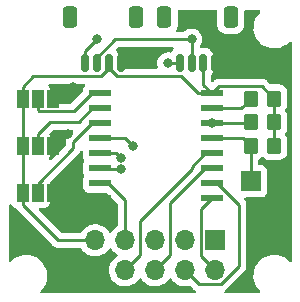
<source format=gbr>
%TF.GenerationSoftware,KiCad,Pcbnew,(6.0.7)*%
%TF.CreationDate,2022-10-09T22:01:22-05:00*%
%TF.ProjectId,TCA9534,54434139-3533-4342-9e6b-696361645f70,1.0*%
%TF.SameCoordinates,Original*%
%TF.FileFunction,Copper,L1,Top*%
%TF.FilePolarity,Positive*%
%FSLAX46Y46*%
G04 Gerber Fmt 4.6, Leading zero omitted, Abs format (unit mm)*
G04 Created by KiCad (PCBNEW (6.0.7)) date 2022-10-09 22:01:22*
%MOMM*%
%LPD*%
G01*
G04 APERTURE LIST*
G04 Aperture macros list*
%AMRoundRect*
0 Rectangle with rounded corners*
0 $1 Rounding radius*
0 $2 $3 $4 $5 $6 $7 $8 $9 X,Y pos of 4 corners*
0 Add a 4 corners polygon primitive as box body*
4,1,4,$2,$3,$4,$5,$6,$7,$8,$9,$2,$3,0*
0 Add four circle primitives for the rounded corners*
1,1,$1+$1,$2,$3*
1,1,$1+$1,$4,$5*
1,1,$1+$1,$6,$7*
1,1,$1+$1,$8,$9*
0 Add four rect primitives between the rounded corners*
20,1,$1+$1,$2,$3,$4,$5,0*
20,1,$1+$1,$4,$5,$6,$7,0*
20,1,$1+$1,$6,$7,$8,$9,0*
20,1,$1+$1,$8,$9,$2,$3,0*%
G04 Aperture macros list end*
%TA.AperFunction,ComponentPad*%
%ADD10R,1.700000X1.700000*%
%TD*%
%TA.AperFunction,SMDPad,CuDef*%
%ADD11RoundRect,0.150000X0.150000X0.625000X-0.150000X0.625000X-0.150000X-0.625000X0.150000X-0.625000X0*%
%TD*%
%TA.AperFunction,SMDPad,CuDef*%
%ADD12RoundRect,0.250000X0.350000X0.650000X-0.350000X0.650000X-0.350000X-0.650000X0.350000X-0.650000X0*%
%TD*%
%TA.AperFunction,SMDPad,CuDef*%
%ADD13R,1.000000X1.500000*%
%TD*%
%TA.AperFunction,SMDPad,CuDef*%
%ADD14RoundRect,0.250000X0.350000X0.450000X-0.350000X0.450000X-0.350000X-0.450000X0.350000X-0.450000X0*%
%TD*%
%TA.AperFunction,SMDPad,CuDef*%
%ADD15R,1.879600X0.558800*%
%TD*%
%TA.AperFunction,ComponentPad*%
%ADD16O,1.700000X1.700000*%
%TD*%
%TA.AperFunction,ViaPad*%
%ADD17C,0.800000*%
%TD*%
%TA.AperFunction,Conductor*%
%ADD18C,0.250000*%
%TD*%
G04 APERTURE END LIST*
D10*
%TO.P,J4,1,Pin_1*%
%TO.N,/INT*%
X179000000Y-89000000D03*
%TD*%
D11*
%TO.P,J2,1,Pin_1*%
%TO.N,GND*%
X176000000Y-79000000D03*
%TO.P,J2,2,Pin_2*%
%TO.N,+3.3V*%
X175000000Y-79000000D03*
%TO.P,J2,3,Pin_3*%
%TO.N,/SDA*%
X174000000Y-79000000D03*
%TO.P,J2,4,Pin_4*%
%TO.N,/SCL*%
X173000000Y-79000000D03*
D12*
%TO.P,J2,MP*%
%TO.N,N/C*%
X171700000Y-75125000D03*
X177300000Y-75125000D03*
%TD*%
D13*
%TO.P,JP1,1,A*%
%TO.N,+3.3V*%
X159700000Y-82000000D03*
%TO.P,JP1,2,C*%
%TO.N,/A0*%
X161000000Y-82000000D03*
%TO.P,JP1,3,B*%
%TO.N,GND*%
X162300000Y-82000000D03*
%TD*%
D11*
%TO.P,J1,1,Pin_1*%
%TO.N,GND*%
X168000000Y-79000000D03*
%TO.P,J1,2,Pin_2*%
%TO.N,+3.3V*%
X167000000Y-79000000D03*
%TO.P,J1,3,Pin_3*%
%TO.N,/SDA*%
X166000000Y-79000000D03*
%TO.P,J1,4,Pin_4*%
%TO.N,/SCL*%
X165000000Y-79000000D03*
D12*
%TO.P,J1,MP*%
%TO.N,N/C*%
X163700000Y-75125000D03*
X169300000Y-75125000D03*
%TD*%
D14*
%TO.P,R3,1*%
%TO.N,+3.3V*%
X181000000Y-86000000D03*
%TO.P,R3,2*%
%TO.N,/INT*%
X179000000Y-86000000D03*
%TD*%
%TO.P,R1,1*%
%TO.N,+3.3V*%
X181000000Y-84000000D03*
%TO.P,R1,2*%
%TO.N,/SCL*%
X179000000Y-84000000D03*
%TD*%
%TO.P,R2,1*%
%TO.N,+3.3V*%
X181000000Y-82000000D03*
%TO.P,R2,2*%
%TO.N,/SDA*%
X179000000Y-82000000D03*
%TD*%
D15*
%TO.P,U1,1,A0*%
%TO.N,/A0*%
X166262900Y-81555000D03*
%TO.P,U1,2,A1*%
%TO.N,/A1*%
X166262900Y-82825000D03*
%TO.P,U1,3,A2*%
%TO.N,/A2*%
X166262900Y-84095000D03*
%TO.P,U1,4,P0*%
%TO.N,/P0*%
X166262900Y-85365000D03*
%TO.P,U1,5,P1*%
%TO.N,/P1*%
X166262900Y-86635000D03*
%TO.P,U1,6,P2*%
%TO.N,/P2*%
X166262900Y-87905000D03*
%TO.P,U1,7,P3*%
%TO.N,/P3*%
X166262900Y-89175000D03*
%TO.P,U1,8,GND*%
%TO.N,GND*%
X166262900Y-90445000D03*
%TO.P,U1,9,P4*%
%TO.N,/P4*%
X175737100Y-90445000D03*
%TO.P,U1,10,P5*%
%TO.N,/P5*%
X175737100Y-89175000D03*
%TO.P,U1,11,P6*%
%TO.N,/P6*%
X175737100Y-87905000D03*
%TO.P,U1,12,P7*%
%TO.N,/P7*%
X175737100Y-86635000D03*
%TO.P,U1,13,\u002AINT*%
%TO.N,/INT*%
X175737100Y-85365000D03*
%TO.P,U1,14,SCL*%
%TO.N,/SCL*%
X175737100Y-84095000D03*
%TO.P,U1,15,SDA*%
%TO.N,/SDA*%
X175737100Y-82825000D03*
%TO.P,U1,16,VCC*%
%TO.N,+3.3V*%
X175737100Y-81555000D03*
%TD*%
D13*
%TO.P,JP3,1,A*%
%TO.N,+3.3V*%
X159700000Y-90000000D03*
%TO.P,JP3,2,C*%
%TO.N,/A2*%
X161000000Y-90000000D03*
%TO.P,JP3,3,B*%
%TO.N,GND*%
X162300000Y-90000000D03*
%TD*%
%TO.P,JP2,1,A*%
%TO.N,+3.3V*%
X159700000Y-86000000D03*
%TO.P,JP2,2,C*%
%TO.N,/A1*%
X161000000Y-86000000D03*
%TO.P,JP2,3,B*%
%TO.N,GND*%
X162300000Y-86000000D03*
%TD*%
D10*
%TO.P,J3,1,Pin_1*%
%TO.N,/P0*%
X176000000Y-94000000D03*
D16*
%TO.P,J3,2,Pin_2*%
%TO.N,/P4*%
X176000000Y-96540000D03*
%TO.P,J3,3,Pin_3*%
%TO.N,/P1*%
X173460000Y-94000000D03*
%TO.P,J3,4,Pin_4*%
%TO.N,/P5*%
X173460000Y-96540000D03*
%TO.P,J3,5,Pin_5*%
%TO.N,/P2*%
X170920000Y-94000000D03*
%TO.P,J3,6,Pin_6*%
%TO.N,/P6*%
X170920000Y-96540000D03*
%TO.P,J3,7,Pin_7*%
%TO.N,/P3*%
X168380000Y-94000000D03*
%TO.P,J3,8,Pin_8*%
%TO.N,/P7*%
X168380000Y-96540000D03*
%TO.P,J3,9,Pin_9*%
%TO.N,+3.3V*%
X165840000Y-94000000D03*
%TO.P,J3,10,Pin_10*%
%TO.N,GND*%
X165840000Y-96540000D03*
%TD*%
D17*
%TO.N,GND*%
X163500000Y-85000000D03*
X163500000Y-90000000D03*
X170000000Y-79000000D03*
X164000000Y-81000000D03*
X177000000Y-77500000D03*
%TO.N,/SDA*%
X179000000Y-82000000D03*
X174000000Y-77000000D03*
%TO.N,/SCL*%
X166000000Y-77000000D03*
X175737100Y-84095000D03*
X172000000Y-79000000D03*
%TO.N,/P0*%
X169000000Y-86000000D03*
%TO.N,/P1*%
X168000000Y-87000000D03*
%TO.N,/P2*%
X168000000Y-88000000D03*
%TD*%
D18*
%TO.N,/INT*%
X179000000Y-86000000D02*
X179000000Y-89000000D01*
%TO.N,+3.3V*%
X167000000Y-79000000D02*
X167000000Y-79446751D01*
X162700000Y-94000000D02*
X165840000Y-94000000D01*
X175737100Y-81555000D02*
X176317100Y-80975000D01*
X175000000Y-79000000D02*
X175000000Y-80817900D01*
X181000000Y-84000000D02*
X181000000Y-82000000D01*
X167000000Y-79446751D02*
X166346751Y-80100000D01*
X159700000Y-82000000D02*
X159700000Y-86000000D01*
X173100000Y-80100000D02*
X174555000Y-81555000D01*
X159700000Y-81000000D02*
X159700000Y-82000000D01*
X159700000Y-86000000D02*
X159700000Y-90000000D01*
X181000000Y-86000000D02*
X181000000Y-84000000D01*
X159700000Y-90000000D02*
X159700000Y-91000000D01*
X159700000Y-91000000D02*
X162700000Y-94000000D01*
X176317100Y-80975000D02*
X179975000Y-80975000D01*
X160600000Y-80100000D02*
X159700000Y-81000000D01*
X179975000Y-80975000D02*
X181000000Y-82000000D01*
X166346751Y-80100000D02*
X160600000Y-80100000D01*
X167000000Y-79446751D02*
X167653249Y-80100000D01*
X175000000Y-80817900D02*
X175737100Y-81555000D01*
X174555000Y-81555000D02*
X175737100Y-81555000D01*
X167653249Y-80100000D02*
X173100000Y-80100000D01*
%TO.N,/SDA*%
X166000000Y-78553249D02*
X167553249Y-77000000D01*
X179000000Y-82000000D02*
X178175000Y-82825000D01*
X166000000Y-79000000D02*
X166000000Y-78553249D01*
X178175000Y-82825000D02*
X175737100Y-82825000D01*
X167553249Y-77000000D02*
X174000000Y-77000000D01*
X174000000Y-79000000D02*
X174000000Y-77000000D01*
%TO.N,/SCL*%
X178905000Y-84095000D02*
X175737100Y-84095000D01*
X173000000Y-79000000D02*
X172000000Y-79000000D01*
X165000000Y-79000000D02*
X165000000Y-78000000D01*
X165000000Y-78000000D02*
X166000000Y-77000000D01*
X179000000Y-84000000D02*
X178905000Y-84095000D01*
%TO.N,/P0*%
X168365000Y-85365000D02*
X166262900Y-85365000D01*
X169000000Y-86000000D02*
X168365000Y-85365000D01*
%TO.N,/P4*%
X175737100Y-90445000D02*
X174825000Y-91357100D01*
X174825000Y-91357100D02*
X174825000Y-95365000D01*
X174825000Y-95365000D02*
X176000000Y-96540000D01*
%TO.N,/P1*%
X166262900Y-86635000D02*
X167635000Y-86635000D01*
X167635000Y-86635000D02*
X168000000Y-87000000D01*
%TO.N,/P5*%
X176175000Y-89175000D02*
X175737100Y-89175000D01*
X173460000Y-96540000D02*
X174635000Y-97715000D01*
X176486701Y-97715000D02*
X178000000Y-96201701D01*
X178000000Y-96201701D02*
X178000000Y-91000000D01*
X174635000Y-97715000D02*
X176486701Y-97715000D01*
X178000000Y-91000000D02*
X176175000Y-89175000D01*
%TO.N,/P2*%
X168000000Y-88000000D02*
X166357900Y-88000000D01*
X166357900Y-88000000D02*
X166262900Y-87905000D01*
%TO.N,/P6*%
X175095000Y-87905000D02*
X175737100Y-87905000D01*
X172194278Y-95265722D02*
X172194278Y-90805722D01*
X172194278Y-90805722D02*
X175095000Y-87905000D01*
X170920000Y-96540000D02*
X172194278Y-95265722D01*
%TO.N,/P3*%
X168380000Y-94000000D02*
X168380000Y-90631700D01*
X166923300Y-89175000D02*
X166262900Y-89175000D01*
X168380000Y-90631700D02*
X166923300Y-89175000D01*
%TO.N,/P7*%
X174000000Y-87772900D02*
X175137900Y-86635000D01*
X174000000Y-88000000D02*
X174000000Y-87772900D01*
X169654278Y-95265722D02*
X169654278Y-92345722D01*
X175137900Y-86635000D02*
X175737100Y-86635000D01*
X168380000Y-96540000D02*
X169654278Y-95265722D01*
X169654278Y-92345722D02*
X174000000Y-88000000D01*
%TO.N,/A0*%
X164025000Y-83075000D02*
X165545000Y-81555000D01*
X161000000Y-83000000D02*
X161075000Y-83075000D01*
X161000000Y-82000000D02*
X161000000Y-83000000D01*
X165545000Y-81555000D02*
X166262900Y-81555000D01*
X161075000Y-83075000D02*
X164025000Y-83075000D01*
%TO.N,/A1*%
X164427500Y-84000000D02*
X165602500Y-82825000D01*
X161000000Y-85000000D02*
X162000000Y-84000000D01*
X161000000Y-86000000D02*
X161000000Y-85000000D01*
X162000000Y-84000000D02*
X164427500Y-84000000D01*
X165602500Y-82825000D02*
X166262900Y-82825000D01*
%TO.N,/A2*%
X161000000Y-89200000D02*
X164000000Y-86200000D01*
X165602500Y-84095000D02*
X166262900Y-84095000D01*
X164000000Y-85697500D02*
X165602500Y-84095000D01*
X164000000Y-86200000D02*
X164000000Y-85697500D01*
X161000000Y-90000000D02*
X161000000Y-89200000D01*
%TO.N,/INT*%
X178365000Y-85365000D02*
X175737100Y-85365000D01*
X179000000Y-86000000D02*
X178365000Y-85365000D01*
%TD*%
%TA.AperFunction,Conductor*%
%TO.N,GND*%
G36*
X176133621Y-74528502D02*
G01*
X176180114Y-74582158D01*
X176191500Y-74634500D01*
X176191500Y-75825400D01*
X176191837Y-75828646D01*
X176191837Y-75828650D01*
X176200208Y-75909322D01*
X176202474Y-75931166D01*
X176258450Y-76098946D01*
X176351522Y-76249348D01*
X176476697Y-76374305D01*
X176482927Y-76378145D01*
X176482928Y-76378146D01*
X176620090Y-76462694D01*
X176627262Y-76467115D01*
X176700540Y-76491420D01*
X176788611Y-76520632D01*
X176788613Y-76520632D01*
X176795139Y-76522797D01*
X176801975Y-76523497D01*
X176801978Y-76523498D01*
X176845031Y-76527909D01*
X176899600Y-76533500D01*
X177700400Y-76533500D01*
X177703646Y-76533163D01*
X177703650Y-76533163D01*
X177799308Y-76523238D01*
X177799312Y-76523237D01*
X177806166Y-76522526D01*
X177812702Y-76520345D01*
X177812704Y-76520345D01*
X177963824Y-76469927D01*
X177973946Y-76466550D01*
X178124348Y-76373478D01*
X178249305Y-76248303D01*
X178253146Y-76242072D01*
X178338275Y-76103968D01*
X178338276Y-76103966D01*
X178342115Y-76097738D01*
X178397797Y-75929861D01*
X178399902Y-75909322D01*
X178406358Y-75846307D01*
X178408500Y-75825400D01*
X178408500Y-74634500D01*
X178428502Y-74566379D01*
X178482158Y-74519886D01*
X178534500Y-74508500D01*
X179697141Y-74508500D01*
X179765262Y-74528502D01*
X179811755Y-74582158D01*
X179821859Y-74652432D01*
X179788916Y-74720832D01*
X179629557Y-74890237D01*
X179480576Y-75104991D01*
X179364975Y-75339407D01*
X179285293Y-75588335D01*
X179243279Y-75846307D01*
X179243218Y-75850980D01*
X179240052Y-76092872D01*
X179239858Y-76107655D01*
X179275104Y-76366638D01*
X179276412Y-76371124D01*
X179276412Y-76371126D01*
X179290080Y-76418019D01*
X179348243Y-76617567D01*
X179457668Y-76854928D01*
X179460231Y-76858837D01*
X179598410Y-77069596D01*
X179598414Y-77069601D01*
X179600976Y-77073509D01*
X179775018Y-77268506D01*
X179975970Y-77435637D01*
X179979973Y-77438066D01*
X180195422Y-77568804D01*
X180195426Y-77568806D01*
X180199419Y-77571229D01*
X180440455Y-77672303D01*
X180693783Y-77736641D01*
X180698434Y-77737109D01*
X180698438Y-77737110D01*
X180891308Y-77756531D01*
X180910867Y-77758500D01*
X181066354Y-77758500D01*
X181068679Y-77758327D01*
X181068685Y-77758327D01*
X181256000Y-77744407D01*
X181256004Y-77744406D01*
X181260652Y-77744061D01*
X181265200Y-77743032D01*
X181265206Y-77743031D01*
X181470849Y-77696498D01*
X181515577Y-77686377D01*
X181551769Y-77672303D01*
X181754824Y-77593340D01*
X181754827Y-77593339D01*
X181759177Y-77591647D01*
X181773684Y-77583356D01*
X181925907Y-77496353D01*
X181986098Y-77461951D01*
X182191357Y-77300138D01*
X182273725Y-77212578D01*
X182334969Y-77176666D01*
X182405907Y-77179566D01*
X182464015Y-77220357D01*
X182490846Y-77286088D01*
X182491500Y-77298911D01*
X182491500Y-95699708D01*
X182471498Y-95767829D01*
X182417842Y-95814322D01*
X182347568Y-95824426D01*
X182282988Y-95794932D01*
X182271497Y-95783610D01*
X182224982Y-95731494D01*
X182024030Y-95564363D01*
X181976844Y-95535730D01*
X181804578Y-95431196D01*
X181804574Y-95431194D01*
X181800581Y-95428771D01*
X181559545Y-95327697D01*
X181306217Y-95263359D01*
X181301566Y-95262891D01*
X181301562Y-95262890D01*
X181092271Y-95241816D01*
X181089133Y-95241500D01*
X180933646Y-95241500D01*
X180931321Y-95241673D01*
X180931315Y-95241673D01*
X180744000Y-95255593D01*
X180743996Y-95255594D01*
X180739348Y-95255939D01*
X180734800Y-95256968D01*
X180734794Y-95256969D01*
X180566468Y-95295058D01*
X180484423Y-95313623D01*
X180480071Y-95315315D01*
X180480069Y-95315316D01*
X180245176Y-95406660D01*
X180245173Y-95406661D01*
X180240823Y-95408353D01*
X180013902Y-95538049D01*
X179808643Y-95699862D01*
X179629557Y-95890237D01*
X179480576Y-96104991D01*
X179478510Y-96109181D01*
X179478508Y-96109184D01*
X179389630Y-96289412D01*
X179364975Y-96339407D01*
X179285293Y-96588335D01*
X179243279Y-96846307D01*
X179239858Y-97107655D01*
X179275104Y-97366638D01*
X179276412Y-97371124D01*
X179276412Y-97371126D01*
X179292738Y-97427137D01*
X179348243Y-97617567D01*
X179457668Y-97854928D01*
X179460231Y-97858837D01*
X179598410Y-98069596D01*
X179598414Y-98069601D01*
X179600976Y-98073509D01*
X179775018Y-98268506D01*
X179778611Y-98271494D01*
X179781978Y-98274746D01*
X179780400Y-98276380D01*
X179814782Y-98327680D01*
X179816149Y-98398663D01*
X179778923Y-98459118D01*
X179714922Y-98489849D01*
X179694592Y-98491500D01*
X176883503Y-98491500D01*
X176815382Y-98471498D01*
X176768889Y-98417842D01*
X176758785Y-98347568D01*
X176788279Y-98282988D01*
X176809444Y-98263563D01*
X176830089Y-98248564D01*
X176840008Y-98242048D01*
X176871236Y-98223580D01*
X176871239Y-98223578D01*
X176878063Y-98219542D01*
X176892384Y-98205221D01*
X176907418Y-98192380D01*
X176917395Y-98185131D01*
X176923808Y-98180472D01*
X176951999Y-98146395D01*
X176959989Y-98137616D01*
X178392253Y-96705353D01*
X178400539Y-96697813D01*
X178407018Y-96693701D01*
X178453644Y-96644049D01*
X178456398Y-96641208D01*
X178476135Y-96621471D01*
X178478615Y-96618274D01*
X178486320Y-96609252D01*
X178511159Y-96582801D01*
X178516586Y-96577022D01*
X178520405Y-96570076D01*
X178520407Y-96570073D01*
X178526348Y-96559267D01*
X178537199Y-96542748D01*
X178544758Y-96533002D01*
X178549614Y-96526742D01*
X178552759Y-96519473D01*
X178552762Y-96519469D01*
X178567174Y-96486164D01*
X178572391Y-96475514D01*
X178593695Y-96436761D01*
X178598733Y-96417138D01*
X178605137Y-96398435D01*
X178610033Y-96387121D01*
X178610033Y-96387120D01*
X178613181Y-96379846D01*
X178614420Y-96372023D01*
X178614423Y-96372013D01*
X178620099Y-96336177D01*
X178622505Y-96324557D01*
X178631528Y-96289412D01*
X178631528Y-96289411D01*
X178633500Y-96281731D01*
X178633500Y-96261477D01*
X178635051Y-96241766D01*
X178636980Y-96229587D01*
X178638220Y-96221758D01*
X178634059Y-96177739D01*
X178633500Y-96165882D01*
X178633500Y-91078768D01*
X178634027Y-91067585D01*
X178635702Y-91060092D01*
X178633562Y-90992001D01*
X178633500Y-90988044D01*
X178633500Y-90960144D01*
X178632996Y-90956153D01*
X178632063Y-90944311D01*
X178631676Y-90931978D01*
X178630674Y-90900111D01*
X178628462Y-90892497D01*
X178628461Y-90892492D01*
X178625023Y-90880659D01*
X178621012Y-90861295D01*
X178619467Y-90849064D01*
X178618474Y-90841203D01*
X178615557Y-90833836D01*
X178615556Y-90833831D01*
X178602198Y-90800092D01*
X178598354Y-90788865D01*
X178588230Y-90754022D01*
X178586018Y-90746407D01*
X178575707Y-90728972D01*
X178567012Y-90711224D01*
X178559552Y-90692383D01*
X178533564Y-90656613D01*
X178527048Y-90646693D01*
X178508580Y-90615465D01*
X178508578Y-90615462D01*
X178504542Y-90608638D01*
X178490221Y-90594317D01*
X178477380Y-90579283D01*
X178465472Y-90562893D01*
X178466965Y-90561808D01*
X178439439Y-90507402D01*
X178446726Y-90436781D01*
X178491037Y-90381310D01*
X178563340Y-90358500D01*
X179898134Y-90358500D01*
X179960316Y-90351745D01*
X180096705Y-90300615D01*
X180213261Y-90213261D01*
X180300615Y-90096705D01*
X180351745Y-89960316D01*
X180358500Y-89898134D01*
X180358500Y-88101866D01*
X180351745Y-88039684D01*
X180300615Y-87903295D01*
X180213261Y-87786739D01*
X180096705Y-87699385D01*
X179960316Y-87648255D01*
X179898134Y-87641500D01*
X179759500Y-87641500D01*
X179691379Y-87621498D01*
X179644886Y-87567842D01*
X179633500Y-87515500D01*
X179633500Y-87236781D01*
X179653502Y-87168660D01*
X179693197Y-87129637D01*
X179818120Y-87052332D01*
X179824348Y-87048478D01*
X179910784Y-86961891D01*
X179973066Y-86927812D01*
X180043886Y-86932815D01*
X180088975Y-86961736D01*
X180144195Y-87016860D01*
X180176697Y-87049305D01*
X180182927Y-87053145D01*
X180182928Y-87053146D01*
X180320090Y-87137694D01*
X180327262Y-87142115D01*
X180406181Y-87168291D01*
X180488611Y-87195632D01*
X180488613Y-87195632D01*
X180495139Y-87197797D01*
X180501975Y-87198497D01*
X180501978Y-87198498D01*
X180545031Y-87202909D01*
X180599600Y-87208500D01*
X181400400Y-87208500D01*
X181403646Y-87208163D01*
X181403650Y-87208163D01*
X181499308Y-87198238D01*
X181499312Y-87198237D01*
X181506166Y-87197526D01*
X181512702Y-87195345D01*
X181512704Y-87195345D01*
X181644806Y-87151272D01*
X181673946Y-87141550D01*
X181824348Y-87048478D01*
X181949305Y-86923303D01*
X181958514Y-86908364D01*
X182038275Y-86778968D01*
X182038276Y-86778966D01*
X182042115Y-86772738D01*
X182092852Y-86619769D01*
X182095632Y-86611389D01*
X182095632Y-86611387D01*
X182097797Y-86604861D01*
X182099505Y-86588196D01*
X182104852Y-86536005D01*
X182108500Y-86500400D01*
X182108500Y-85499600D01*
X182107677Y-85491666D01*
X182098238Y-85400692D01*
X182098237Y-85400688D01*
X182097526Y-85393834D01*
X182082441Y-85348617D01*
X182043868Y-85233002D01*
X182041550Y-85226054D01*
X181948478Y-85075652D01*
X181948362Y-85075536D01*
X181922827Y-85012457D01*
X181935996Y-84942692D01*
X181946864Y-84925749D01*
X181949305Y-84923303D01*
X182021881Y-84805564D01*
X182038275Y-84778968D01*
X182038276Y-84778966D01*
X182042115Y-84772738D01*
X182097797Y-84604861D01*
X182108500Y-84500400D01*
X182108500Y-83499600D01*
X182104547Y-83461500D01*
X182098238Y-83400692D01*
X182098237Y-83400688D01*
X182097526Y-83393834D01*
X182083271Y-83351105D01*
X182043868Y-83233002D01*
X182041550Y-83226054D01*
X181948478Y-83075652D01*
X181948362Y-83075536D01*
X181922827Y-83012457D01*
X181935996Y-82942692D01*
X181946864Y-82925749D01*
X181949305Y-82923303D01*
X182042115Y-82772738D01*
X182097797Y-82604861D01*
X182108500Y-82500400D01*
X182108500Y-81499600D01*
X182097526Y-81393834D01*
X182041550Y-81226054D01*
X181948478Y-81075652D01*
X181823303Y-80950695D01*
X181797947Y-80935065D01*
X181678968Y-80861725D01*
X181678966Y-80861724D01*
X181672738Y-80857885D01*
X181573547Y-80824985D01*
X181511389Y-80804368D01*
X181511387Y-80804368D01*
X181504861Y-80802203D01*
X181498025Y-80801503D01*
X181498022Y-80801502D01*
X181454969Y-80797091D01*
X181400400Y-80791500D01*
X180739595Y-80791500D01*
X180671474Y-80771498D01*
X180650500Y-80754595D01*
X180478652Y-80582747D01*
X180471112Y-80574461D01*
X180467000Y-80567982D01*
X180417348Y-80521356D01*
X180414507Y-80518602D01*
X180394770Y-80498865D01*
X180391573Y-80496385D01*
X180382551Y-80488680D01*
X180369122Y-80476069D01*
X180350321Y-80458414D01*
X180343375Y-80454595D01*
X180343372Y-80454593D01*
X180332566Y-80448652D01*
X180316047Y-80437801D01*
X180315583Y-80437441D01*
X180300041Y-80425386D01*
X180292772Y-80422241D01*
X180292768Y-80422238D01*
X180259463Y-80407826D01*
X180248813Y-80402609D01*
X180210060Y-80381305D01*
X180190437Y-80376267D01*
X180171734Y-80369863D01*
X180160420Y-80364967D01*
X180160419Y-80364967D01*
X180153145Y-80361819D01*
X180145322Y-80360580D01*
X180145312Y-80360577D01*
X180109476Y-80354901D01*
X180097856Y-80352495D01*
X180062711Y-80343472D01*
X180062710Y-80343472D01*
X180055030Y-80341500D01*
X180034776Y-80341500D01*
X180015065Y-80339949D01*
X180002886Y-80338020D01*
X179995057Y-80336780D01*
X179965786Y-80339547D01*
X179951039Y-80340941D01*
X179939181Y-80341500D01*
X176395867Y-80341500D01*
X176384684Y-80340973D01*
X176377191Y-80339298D01*
X176369265Y-80339547D01*
X176369264Y-80339547D01*
X176309101Y-80341438D01*
X176305143Y-80341500D01*
X176277244Y-80341500D01*
X176273254Y-80342004D01*
X176261420Y-80342936D01*
X176217211Y-80344326D01*
X176209597Y-80346538D01*
X176209592Y-80346539D01*
X176197759Y-80349977D01*
X176178396Y-80353988D01*
X176158303Y-80356526D01*
X176150936Y-80359443D01*
X176150931Y-80359444D01*
X176117192Y-80372802D01*
X176105965Y-80376646D01*
X176063507Y-80388982D01*
X176056681Y-80393019D01*
X176046072Y-80399293D01*
X176028324Y-80407988D01*
X176009483Y-80415448D01*
X176003067Y-80420110D01*
X176003066Y-80420110D01*
X175973713Y-80441436D01*
X175963793Y-80447952D01*
X175932565Y-80466420D01*
X175932562Y-80466422D01*
X175925738Y-80470458D01*
X175911417Y-80484779D01*
X175896384Y-80497619D01*
X175879993Y-80509528D01*
X175874940Y-80515636D01*
X175874938Y-80515638D01*
X175856584Y-80537824D01*
X175797750Y-80577562D01*
X175726772Y-80579183D01*
X175666185Y-80542174D01*
X175635225Y-80478283D01*
X175633500Y-80457508D01*
X175633500Y-80124950D01*
X175653502Y-80056829D01*
X175664059Y-80043729D01*
X175663989Y-80043675D01*
X175668845Y-80037415D01*
X175674453Y-80031807D01*
X175678489Y-80024983D01*
X175678491Y-80024980D01*
X175755108Y-79895427D01*
X175759145Y-79888601D01*
X175805562Y-79728831D01*
X175808500Y-79691502D01*
X175808500Y-78308498D01*
X175805562Y-78271169D01*
X175776528Y-78171231D01*
X175761357Y-78119012D01*
X175761356Y-78119010D01*
X175759145Y-78111399D01*
X175718835Y-78043239D01*
X175678491Y-77975020D01*
X175678489Y-77975017D01*
X175674453Y-77968193D01*
X175556807Y-77850547D01*
X175549983Y-77846511D01*
X175549980Y-77846509D01*
X175420427Y-77769892D01*
X175420428Y-77769892D01*
X175413601Y-77765855D01*
X175405990Y-77763644D01*
X175405988Y-77763643D01*
X175335039Y-77743031D01*
X175253831Y-77719438D01*
X175247426Y-77718934D01*
X175247421Y-77718933D01*
X175218958Y-77716693D01*
X175218950Y-77716693D01*
X175216502Y-77716500D01*
X174853612Y-77716500D01*
X174785491Y-77696498D01*
X174738998Y-77642842D01*
X174728894Y-77572568D01*
X174744493Y-77527500D01*
X174831223Y-77377279D01*
X174831224Y-77377278D01*
X174834527Y-77371556D01*
X174893542Y-77189928D01*
X174901610Y-77113171D01*
X174912814Y-77006565D01*
X174913504Y-77000000D01*
X174902469Y-76895009D01*
X174894232Y-76816635D01*
X174894232Y-76816633D01*
X174893542Y-76810072D01*
X174834527Y-76628444D01*
X174739040Y-76463056D01*
X174722882Y-76445110D01*
X174615675Y-76326045D01*
X174615674Y-76326044D01*
X174611253Y-76321134D01*
X174456752Y-76208882D01*
X174450724Y-76206198D01*
X174450722Y-76206197D01*
X174288319Y-76133891D01*
X174288318Y-76133891D01*
X174282288Y-76131206D01*
X174171490Y-76107655D01*
X174101944Y-76092872D01*
X174101939Y-76092872D01*
X174095487Y-76091500D01*
X173904513Y-76091500D01*
X173898061Y-76092872D01*
X173898056Y-76092872D01*
X173828510Y-76107655D01*
X173717712Y-76131206D01*
X173711682Y-76133891D01*
X173711681Y-76133891D01*
X173549278Y-76206197D01*
X173549276Y-76206198D01*
X173543248Y-76208882D01*
X173537907Y-76212762D01*
X173537906Y-76212763D01*
X173427687Y-76292842D01*
X173388747Y-76321134D01*
X173384332Y-76326037D01*
X173379420Y-76330460D01*
X173378295Y-76329211D01*
X173324986Y-76362051D01*
X173291800Y-76366500D01*
X172802130Y-76366500D01*
X172734009Y-76346498D01*
X172687516Y-76292842D01*
X172677412Y-76222568D01*
X172694870Y-76174384D01*
X172738275Y-76103968D01*
X172738276Y-76103966D01*
X172742115Y-76097738D01*
X172797797Y-75929861D01*
X172799902Y-75909322D01*
X172806358Y-75846307D01*
X172808500Y-75825400D01*
X172808500Y-74634500D01*
X172828502Y-74566379D01*
X172882158Y-74519886D01*
X172934500Y-74508500D01*
X176065500Y-74508500D01*
X176133621Y-74528502D01*
G37*
%TD.AperFunction*%
%TA.AperFunction,Conductor*%
G36*
X158717012Y-90951368D02*
G01*
X158745019Y-90986082D01*
X158746236Y-90988304D01*
X158749385Y-90996705D01*
X158836739Y-91113261D01*
X158953295Y-91200615D01*
X158961703Y-91203767D01*
X159072665Y-91245365D01*
X159129429Y-91288007D01*
X159137890Y-91301156D01*
X159140448Y-91307617D01*
X159145104Y-91314026D01*
X159145106Y-91314029D01*
X159166436Y-91343387D01*
X159172952Y-91353307D01*
X159195458Y-91391362D01*
X159209779Y-91405683D01*
X159222619Y-91420716D01*
X159234528Y-91437107D01*
X159240634Y-91442158D01*
X159268605Y-91465298D01*
X159277384Y-91473288D01*
X162196343Y-94392247D01*
X162203887Y-94400537D01*
X162208000Y-94407018D01*
X162213777Y-94412443D01*
X162257667Y-94453658D01*
X162260509Y-94456413D01*
X162280231Y-94476135D01*
X162283373Y-94478572D01*
X162283433Y-94478619D01*
X162292445Y-94486317D01*
X162308945Y-94501811D01*
X162324679Y-94516586D01*
X162331622Y-94520403D01*
X162342431Y-94526345D01*
X162358953Y-94537198D01*
X162374959Y-94549614D01*
X162382237Y-94552764D01*
X162382238Y-94552764D01*
X162415537Y-94567174D01*
X162426187Y-94572391D01*
X162464940Y-94593695D01*
X162472615Y-94595666D01*
X162472616Y-94595666D01*
X162484562Y-94598733D01*
X162503267Y-94605137D01*
X162521855Y-94613181D01*
X162529678Y-94614420D01*
X162529688Y-94614423D01*
X162565524Y-94620099D01*
X162577144Y-94622505D01*
X162612289Y-94631528D01*
X162619970Y-94633500D01*
X162640224Y-94633500D01*
X162659934Y-94635051D01*
X162679943Y-94638220D01*
X162687835Y-94637474D01*
X162723961Y-94634059D01*
X162735819Y-94633500D01*
X164564274Y-94633500D01*
X164632395Y-94653502D01*
X164671707Y-94693665D01*
X164739987Y-94805088D01*
X164886250Y-94973938D01*
X165058126Y-95116632D01*
X165251000Y-95229338D01*
X165255825Y-95231180D01*
X165255826Y-95231181D01*
X165303744Y-95249479D01*
X165459692Y-95309030D01*
X165464760Y-95310061D01*
X165464763Y-95310062D01*
X165560324Y-95329504D01*
X165678597Y-95353567D01*
X165683772Y-95353757D01*
X165683774Y-95353757D01*
X165896673Y-95361564D01*
X165896677Y-95361564D01*
X165901837Y-95361753D01*
X165906957Y-95361097D01*
X165906959Y-95361097D01*
X166118288Y-95334025D01*
X166118289Y-95334025D01*
X166123416Y-95333368D01*
X166128366Y-95331883D01*
X166332429Y-95270661D01*
X166332434Y-95270659D01*
X166337384Y-95269174D01*
X166537994Y-95170896D01*
X166719860Y-95041173D01*
X166878096Y-94883489D01*
X167008453Y-94702077D01*
X167009776Y-94703028D01*
X167056645Y-94659857D01*
X167126580Y-94647625D01*
X167192026Y-94675144D01*
X167219875Y-94706994D01*
X167279987Y-94805088D01*
X167426250Y-94973938D01*
X167598126Y-95116632D01*
X167650090Y-95146997D01*
X167671445Y-95159476D01*
X167720169Y-95211114D01*
X167733240Y-95280897D01*
X167706509Y-95346669D01*
X167666055Y-95380027D01*
X167653607Y-95386507D01*
X167649474Y-95389610D01*
X167649471Y-95389612D01*
X167525567Y-95482642D01*
X167474965Y-95520635D01*
X167320629Y-95682138D01*
X167317715Y-95686410D01*
X167317714Y-95686411D01*
X167248809Y-95787422D01*
X167194743Y-95866680D01*
X167100688Y-96069305D01*
X167040989Y-96284570D01*
X167017251Y-96506695D01*
X167017548Y-96511848D01*
X167017548Y-96511851D01*
X167023869Y-96621471D01*
X167030110Y-96729715D01*
X167031247Y-96734761D01*
X167031248Y-96734767D01*
X167055304Y-96841508D01*
X167079222Y-96947639D01*
X167163266Y-97154616D01*
X167214942Y-97238944D01*
X167277291Y-97340688D01*
X167279987Y-97345088D01*
X167426250Y-97513938D01*
X167598126Y-97656632D01*
X167791000Y-97769338D01*
X167999692Y-97849030D01*
X168004760Y-97850061D01*
X168004763Y-97850062D01*
X168112003Y-97871880D01*
X168218597Y-97893567D01*
X168223772Y-97893757D01*
X168223774Y-97893757D01*
X168436673Y-97901564D01*
X168436677Y-97901564D01*
X168441837Y-97901753D01*
X168446957Y-97901097D01*
X168446959Y-97901097D01*
X168658288Y-97874025D01*
X168658289Y-97874025D01*
X168663416Y-97873368D01*
X168711850Y-97858837D01*
X168872429Y-97810661D01*
X168872434Y-97810659D01*
X168877384Y-97809174D01*
X169077994Y-97710896D01*
X169259860Y-97581173D01*
X169418096Y-97423489D01*
X169426593Y-97411665D01*
X169548453Y-97242077D01*
X169549776Y-97243028D01*
X169596645Y-97199857D01*
X169666580Y-97187625D01*
X169732026Y-97215144D01*
X169759875Y-97246994D01*
X169819987Y-97345088D01*
X169966250Y-97513938D01*
X170138126Y-97656632D01*
X170331000Y-97769338D01*
X170539692Y-97849030D01*
X170544760Y-97850061D01*
X170544763Y-97850062D01*
X170652003Y-97871880D01*
X170758597Y-97893567D01*
X170763772Y-97893757D01*
X170763774Y-97893757D01*
X170976673Y-97901564D01*
X170976677Y-97901564D01*
X170981837Y-97901753D01*
X170986957Y-97901097D01*
X170986959Y-97901097D01*
X171198288Y-97874025D01*
X171198289Y-97874025D01*
X171203416Y-97873368D01*
X171251850Y-97858837D01*
X171412429Y-97810661D01*
X171412434Y-97810659D01*
X171417384Y-97809174D01*
X171617994Y-97710896D01*
X171799860Y-97581173D01*
X171958096Y-97423489D01*
X171966593Y-97411665D01*
X172088453Y-97242077D01*
X172089776Y-97243028D01*
X172136645Y-97199857D01*
X172206580Y-97187625D01*
X172272026Y-97215144D01*
X172299875Y-97246994D01*
X172359987Y-97345088D01*
X172506250Y-97513938D01*
X172678126Y-97656632D01*
X172871000Y-97769338D01*
X173079692Y-97849030D01*
X173084760Y-97850061D01*
X173084763Y-97850062D01*
X173192003Y-97871880D01*
X173298597Y-97893567D01*
X173303772Y-97893757D01*
X173303774Y-97893757D01*
X173516673Y-97901564D01*
X173516677Y-97901564D01*
X173521837Y-97901753D01*
X173526957Y-97901097D01*
X173526959Y-97901097D01*
X173607213Y-97890816D01*
X173743416Y-97873368D01*
X173789826Y-97859444D01*
X173860821Y-97859026D01*
X173915129Y-97891034D01*
X174131348Y-98107253D01*
X174138888Y-98115539D01*
X174143000Y-98122018D01*
X174148777Y-98127443D01*
X174192651Y-98168643D01*
X174195493Y-98171398D01*
X174215230Y-98191135D01*
X174218427Y-98193615D01*
X174227447Y-98201318D01*
X174259679Y-98231586D01*
X174266625Y-98235405D01*
X174266628Y-98235407D01*
X174277434Y-98241348D01*
X174293953Y-98252199D01*
X174309958Y-98264613D01*
X174308245Y-98266822D01*
X174347572Y-98308949D01*
X174360271Y-98378801D01*
X174333190Y-98444430D01*
X174274926Y-98484999D01*
X174234975Y-98491500D01*
X161302859Y-98491500D01*
X161234738Y-98471498D01*
X161188245Y-98417842D01*
X161178141Y-98347568D01*
X161211084Y-98279167D01*
X161215426Y-98274552D01*
X161370443Y-98109763D01*
X161493443Y-97932460D01*
X161516759Y-97898851D01*
X161516761Y-97898848D01*
X161519424Y-97895009D01*
X161530096Y-97873368D01*
X161632960Y-97664781D01*
X161632961Y-97664778D01*
X161635025Y-97660593D01*
X161714707Y-97411665D01*
X161756721Y-97153693D01*
X161758210Y-97039942D01*
X161760081Y-96897022D01*
X161760081Y-96897019D01*
X161760142Y-96892345D01*
X161724896Y-96633362D01*
X161722248Y-96624275D01*
X161661873Y-96417139D01*
X161651757Y-96382433D01*
X161542332Y-96145072D01*
X161407420Y-95939297D01*
X161401590Y-95930404D01*
X161401586Y-95930399D01*
X161399024Y-95926491D01*
X161224982Y-95731494D01*
X161024030Y-95564363D01*
X160976844Y-95535730D01*
X160804578Y-95431196D01*
X160804574Y-95431194D01*
X160800581Y-95428771D01*
X160559545Y-95327697D01*
X160306217Y-95263359D01*
X160301566Y-95262891D01*
X160301562Y-95262890D01*
X160092271Y-95241816D01*
X160089133Y-95241500D01*
X159933646Y-95241500D01*
X159931321Y-95241673D01*
X159931315Y-95241673D01*
X159744000Y-95255593D01*
X159743996Y-95255594D01*
X159739348Y-95255939D01*
X159734800Y-95256968D01*
X159734794Y-95256969D01*
X159566468Y-95295058D01*
X159484423Y-95313623D01*
X159480071Y-95315315D01*
X159480069Y-95315316D01*
X159245176Y-95406660D01*
X159245173Y-95406661D01*
X159240823Y-95408353D01*
X159013902Y-95538049D01*
X158808643Y-95699862D01*
X158795426Y-95713912D01*
X158726275Y-95787422D01*
X158665031Y-95823334D01*
X158594093Y-95820434D01*
X158535985Y-95779643D01*
X158509154Y-95713912D01*
X158508500Y-95701089D01*
X158508500Y-91046592D01*
X158528502Y-90978471D01*
X158582158Y-90931978D01*
X158652432Y-90921874D01*
X158717012Y-90951368D01*
G37*
%TD.AperFunction*%
%TA.AperFunction,Conductor*%
G36*
X164764397Y-86423321D02*
G01*
X164806781Y-86480279D01*
X164814600Y-86523973D01*
X164814600Y-86962534D01*
X164821355Y-87024716D01*
X164872485Y-87161105D01*
X164888266Y-87182162D01*
X164897465Y-87194436D01*
X164922312Y-87260942D01*
X164907259Y-87330325D01*
X164897465Y-87345564D01*
X164872485Y-87378895D01*
X164821355Y-87515284D01*
X164814600Y-87577466D01*
X164814600Y-88232534D01*
X164821355Y-88294716D01*
X164872485Y-88431105D01*
X164877871Y-88438291D01*
X164897465Y-88464436D01*
X164922312Y-88530942D01*
X164907259Y-88600325D01*
X164897465Y-88615564D01*
X164872485Y-88648895D01*
X164821355Y-88785284D01*
X164814600Y-88847466D01*
X164814600Y-89502534D01*
X164821355Y-89564716D01*
X164872485Y-89701105D01*
X164959839Y-89817661D01*
X165076395Y-89905015D01*
X165212784Y-89956145D01*
X165274966Y-89962900D01*
X166763105Y-89962900D01*
X166831226Y-89982902D01*
X166852201Y-89999805D01*
X167709596Y-90857201D01*
X167743621Y-90919513D01*
X167746500Y-90946296D01*
X167746500Y-92721692D01*
X167726498Y-92789813D01*
X167678683Y-92833453D01*
X167653607Y-92846507D01*
X167649474Y-92849610D01*
X167649471Y-92849612D01*
X167625247Y-92867800D01*
X167474965Y-92980635D01*
X167320629Y-93142138D01*
X167213201Y-93299621D01*
X167158293Y-93344621D01*
X167087768Y-93352792D01*
X167024021Y-93321538D01*
X167003324Y-93297054D01*
X166922822Y-93172617D01*
X166922820Y-93172614D01*
X166920014Y-93168277D01*
X166769670Y-93003051D01*
X166765619Y-92999852D01*
X166765615Y-92999848D01*
X166598414Y-92867800D01*
X166598410Y-92867798D01*
X166594359Y-92864598D01*
X166398789Y-92756638D01*
X166393920Y-92754914D01*
X166393916Y-92754912D01*
X166193087Y-92683795D01*
X166193083Y-92683794D01*
X166188212Y-92682069D01*
X166183119Y-92681162D01*
X166183116Y-92681161D01*
X165973373Y-92643800D01*
X165973367Y-92643799D01*
X165968284Y-92642894D01*
X165894452Y-92641992D01*
X165750081Y-92640228D01*
X165750079Y-92640228D01*
X165744911Y-92640165D01*
X165524091Y-92673955D01*
X165311756Y-92743357D01*
X165281443Y-92759137D01*
X165207017Y-92797881D01*
X165113607Y-92846507D01*
X165109474Y-92849610D01*
X165109471Y-92849612D01*
X165085247Y-92867800D01*
X164934965Y-92980635D01*
X164780629Y-93142138D01*
X164777720Y-93146403D01*
X164777714Y-93146411D01*
X164665095Y-93311504D01*
X164610184Y-93356507D01*
X164561007Y-93366500D01*
X163014594Y-93366500D01*
X162946473Y-93346498D01*
X162925499Y-93329595D01*
X161069500Y-91473595D01*
X161035474Y-91411283D01*
X161040539Y-91340467D01*
X161083086Y-91283632D01*
X161149606Y-91258821D01*
X161158595Y-91258500D01*
X161548134Y-91258500D01*
X161610316Y-91251745D01*
X161746705Y-91200615D01*
X161863261Y-91113261D01*
X161950615Y-90996705D01*
X162001745Y-90860316D01*
X162008500Y-90798134D01*
X162008500Y-89201866D01*
X162003804Y-89158634D01*
X162016333Y-89088751D01*
X162039972Y-89055932D01*
X164392247Y-86703657D01*
X164400537Y-86696113D01*
X164407018Y-86692000D01*
X164453659Y-86642332D01*
X164456413Y-86639491D01*
X164476135Y-86619769D01*
X164478619Y-86616567D01*
X164486317Y-86607555D01*
X164511161Y-86581098D01*
X164516586Y-86575321D01*
X164526347Y-86557566D01*
X164537198Y-86541047D01*
X164549614Y-86525041D01*
X164561669Y-86497183D01*
X164567174Y-86484463D01*
X164572397Y-86473801D01*
X164578186Y-86463271D01*
X164628531Y-86413213D01*
X164697948Y-86398320D01*
X164764397Y-86423321D01*
G37*
%TD.AperFunction*%
%TA.AperFunction,Conductor*%
G36*
X163932026Y-84653502D02*
G01*
X163978519Y-84707158D01*
X163988623Y-84777432D01*
X163959129Y-84842012D01*
X163953000Y-84848595D01*
X163607747Y-85193848D01*
X163599461Y-85201388D01*
X163592982Y-85205500D01*
X163587557Y-85211277D01*
X163546357Y-85255151D01*
X163543602Y-85257993D01*
X163523865Y-85277730D01*
X163521385Y-85280927D01*
X163513682Y-85289947D01*
X163483414Y-85322179D01*
X163479595Y-85329125D01*
X163479593Y-85329128D01*
X163473652Y-85339934D01*
X163462801Y-85356453D01*
X163450386Y-85372459D01*
X163447241Y-85379728D01*
X163447238Y-85379732D01*
X163432826Y-85413037D01*
X163427609Y-85423687D01*
X163406305Y-85462440D01*
X163404334Y-85470115D01*
X163404334Y-85470116D01*
X163401267Y-85482062D01*
X163394863Y-85500766D01*
X163386819Y-85519355D01*
X163385580Y-85527178D01*
X163385577Y-85527188D01*
X163379901Y-85563024D01*
X163377495Y-85574644D01*
X163366500Y-85617470D01*
X163366500Y-85637724D01*
X163364949Y-85657434D01*
X163361780Y-85677443D01*
X163362526Y-85685335D01*
X163365941Y-85721461D01*
X163366500Y-85733319D01*
X163366500Y-85885406D01*
X163346498Y-85953527D01*
X163329595Y-85974501D01*
X162133971Y-87170124D01*
X162071659Y-87204150D01*
X162000843Y-87199085D01*
X161944008Y-87156538D01*
X161919197Y-87090018D01*
X161934288Y-87020644D01*
X161944053Y-87005460D01*
X161950615Y-86996705D01*
X162001745Y-86860316D01*
X162008500Y-86798134D01*
X162008500Y-85201866D01*
X162001745Y-85139684D01*
X161963275Y-85037065D01*
X161958092Y-84966260D01*
X161992162Y-84903742D01*
X162225499Y-84670405D01*
X162287811Y-84636379D01*
X162314594Y-84633500D01*
X163863905Y-84633500D01*
X163932026Y-84653502D01*
G37*
%TD.AperFunction*%
%TA.AperFunction,Conductor*%
G36*
X164910102Y-80753502D02*
G01*
X164956595Y-80807158D01*
X164966699Y-80877432D01*
X164942807Y-80935064D01*
X164872485Y-81028895D01*
X164821355Y-81165284D01*
X164814600Y-81227466D01*
X164814600Y-81337306D01*
X164794598Y-81405427D01*
X164777695Y-81426401D01*
X163799500Y-82404595D01*
X163737188Y-82438621D01*
X163710405Y-82441500D01*
X162134500Y-82441500D01*
X162066379Y-82421498D01*
X162019886Y-82367842D01*
X162008500Y-82315500D01*
X162008500Y-81201866D01*
X162001745Y-81139684D01*
X161950615Y-81003295D01*
X161899479Y-80935064D01*
X161874631Y-80868559D01*
X161889684Y-80799177D01*
X161939858Y-80748946D01*
X162000305Y-80733500D01*
X164841981Y-80733500D01*
X164910102Y-80753502D01*
G37*
%TD.AperFunction*%
%TA.AperFunction,Conductor*%
G36*
X172424735Y-77653502D02*
G01*
X172471228Y-77707158D01*
X172481332Y-77777432D01*
X172451838Y-77842012D01*
X172443016Y-77850370D01*
X172443193Y-77850547D01*
X172325547Y-77968193D01*
X172321510Y-77975020D01*
X172281165Y-78043239D01*
X172229272Y-78091691D01*
X172159421Y-78104396D01*
X172146516Y-78102346D01*
X172101946Y-78092873D01*
X172101947Y-78092873D01*
X172095487Y-78091500D01*
X171904513Y-78091500D01*
X171898061Y-78092872D01*
X171898056Y-78092872D01*
X171811112Y-78111353D01*
X171717712Y-78131206D01*
X171711682Y-78133891D01*
X171711681Y-78133891D01*
X171549278Y-78206197D01*
X171549276Y-78206198D01*
X171543248Y-78208882D01*
X171388747Y-78321134D01*
X171260960Y-78463056D01*
X171165473Y-78628444D01*
X171106458Y-78810072D01*
X171086496Y-79000000D01*
X171106458Y-79189928D01*
X171108498Y-79196206D01*
X171142731Y-79301564D01*
X171144759Y-79372531D01*
X171108096Y-79433329D01*
X171044384Y-79464655D01*
X171022898Y-79466500D01*
X167967843Y-79466500D01*
X167899722Y-79446498D01*
X167878748Y-79429595D01*
X167845405Y-79396252D01*
X167811379Y-79333940D01*
X167808500Y-79307157D01*
X167808500Y-78308498D01*
X167805562Y-78271169D01*
X167776528Y-78171231D01*
X167761357Y-78119012D01*
X167761356Y-78119010D01*
X167759145Y-78111399D01*
X167718835Y-78043239D01*
X167678491Y-77975020D01*
X167678489Y-77975017D01*
X167674453Y-77968193D01*
X167666802Y-77960542D01*
X167665713Y-77958547D01*
X167663989Y-77956325D01*
X167664347Y-77956047D01*
X167632776Y-77898230D01*
X167637841Y-77827415D01*
X167666802Y-77782352D01*
X167778749Y-77670405D01*
X167841061Y-77636379D01*
X167867844Y-77633500D01*
X172356614Y-77633500D01*
X172424735Y-77653502D01*
G37*
%TD.AperFunction*%
%TD*%
M02*

</source>
